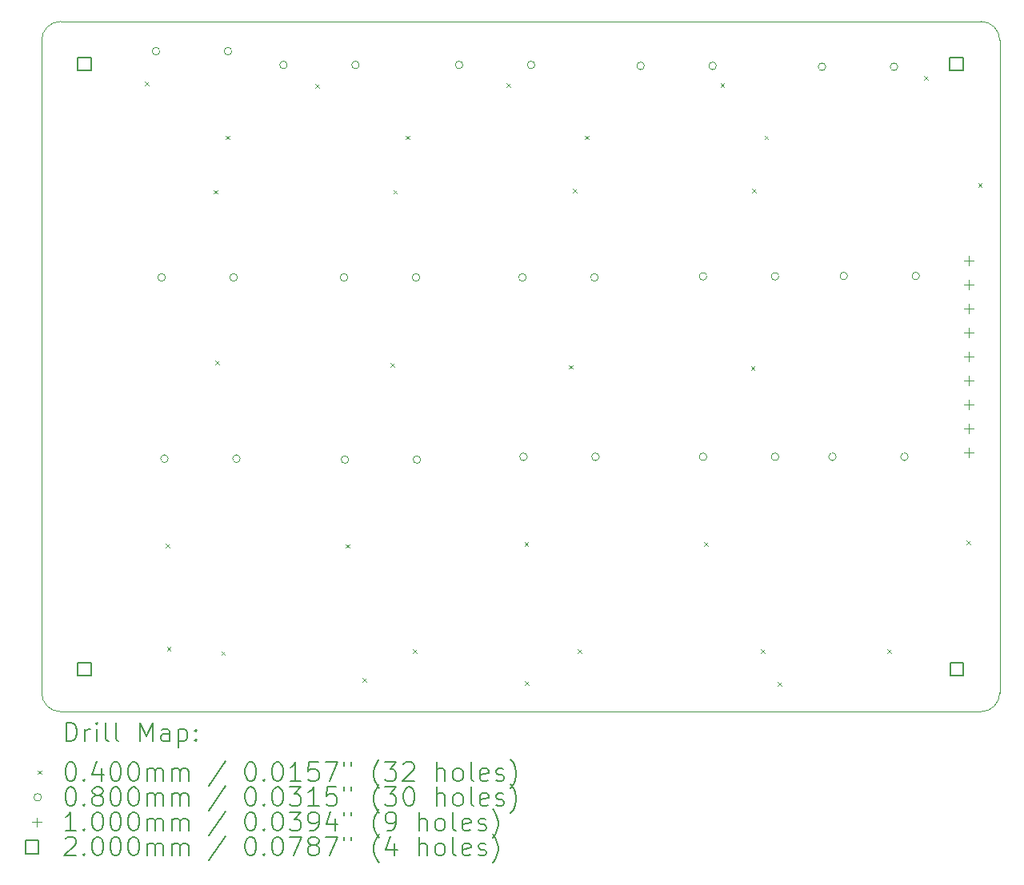
<source format=gbr>
%TF.GenerationSoftware,KiCad,Pcbnew,9.0.1*%
%TF.CreationDate,2025-04-27T05:08:37+02:00*%
%TF.ProjectId,testing-split-kb-3w-guard-pours,74657374-696e-4672-9d73-706c69742d6b,rev?*%
%TF.SameCoordinates,Original*%
%TF.FileFunction,Drillmap*%
%TF.FilePolarity,Positive*%
%FSLAX45Y45*%
G04 Gerber Fmt 4.5, Leading zero omitted, Abs format (unit mm)*
G04 Created by KiCad (PCBNEW 9.0.1) date 2025-04-27 05:08:37*
%MOMM*%
%LPD*%
G01*
G04 APERTURE LIST*
%ADD10C,0.050000*%
%ADD11C,0.200000*%
%ADD12C,0.100000*%
G04 APERTURE END LIST*
D10*
X7980000Y-3450000D02*
X7980000Y-10360000D01*
X7980000Y-3450000D02*
G75*
G02*
X8180000Y-3250000I200000J0D01*
G01*
X17550000Y-3250000D02*
X17920000Y-3250000D01*
X8180000Y-10560000D02*
G75*
G02*
X7980000Y-10360000I0J200000D01*
G01*
X8180000Y-3250000D02*
X17550000Y-3250000D01*
X18120000Y-3450000D02*
X18120000Y-10360000D01*
X18120000Y-10360000D02*
G75*
G02*
X17920000Y-10560000I-200000J0D01*
G01*
X8180000Y-10560000D02*
X17920000Y-10560000D01*
X17920000Y-3250000D02*
G75*
G02*
X18120000Y-3450000I0J-200000D01*
G01*
D11*
D12*
X9075000Y-3890000D02*
X9115000Y-3930000D01*
X9115000Y-3890000D02*
X9075000Y-3930000D01*
X9290000Y-8780000D02*
X9330000Y-8820000D01*
X9330000Y-8780000D02*
X9290000Y-8820000D01*
X9305000Y-9875000D02*
X9345000Y-9915000D01*
X9345000Y-9875000D02*
X9305000Y-9915000D01*
X9800000Y-5035000D02*
X9840000Y-5075000D01*
X9840000Y-5035000D02*
X9800000Y-5075000D01*
X9815000Y-6840000D02*
X9855000Y-6880000D01*
X9855000Y-6840000D02*
X9815000Y-6880000D01*
X9880000Y-9920000D02*
X9920000Y-9960000D01*
X9920000Y-9920000D02*
X9880000Y-9960000D01*
X9930000Y-4460000D02*
X9970000Y-4500000D01*
X9970000Y-4460000D02*
X9930000Y-4500000D01*
X10875000Y-3910000D02*
X10915000Y-3950000D01*
X10915000Y-3910000D02*
X10875000Y-3950000D01*
X11195000Y-8785000D02*
X11235000Y-8825000D01*
X11235000Y-8785000D02*
X11195000Y-8825000D01*
X11375000Y-10205000D02*
X11415000Y-10245000D01*
X11415000Y-10205000D02*
X11375000Y-10245000D01*
X11670000Y-6870000D02*
X11710000Y-6910000D01*
X11710000Y-6870000D02*
X11670000Y-6910000D01*
X11700000Y-5035000D02*
X11740000Y-5075000D01*
X11740000Y-5035000D02*
X11700000Y-5075000D01*
X11830000Y-4460000D02*
X11870000Y-4500000D01*
X11870000Y-4460000D02*
X11830000Y-4500000D01*
X11910000Y-9900000D02*
X11950000Y-9940000D01*
X11950000Y-9900000D02*
X11910000Y-9940000D01*
X12900000Y-3905000D02*
X12940000Y-3945000D01*
X12940000Y-3905000D02*
X12900000Y-3945000D01*
X13090000Y-8765000D02*
X13130000Y-8805000D01*
X13130000Y-8765000D02*
X13090000Y-8805000D01*
X13095000Y-10240000D02*
X13135000Y-10280000D01*
X13135000Y-10240000D02*
X13095000Y-10280000D01*
X13560000Y-6890000D02*
X13600000Y-6930000D01*
X13600000Y-6890000D02*
X13560000Y-6930000D01*
X13600000Y-5020000D02*
X13640000Y-5060000D01*
X13640000Y-5020000D02*
X13600000Y-5060000D01*
X13650000Y-9900000D02*
X13690000Y-9940000D01*
X13690000Y-9900000D02*
X13650000Y-9940000D01*
X13730000Y-4460000D02*
X13770000Y-4500000D01*
X13770000Y-4460000D02*
X13730000Y-4500000D01*
X14990000Y-8765000D02*
X15030000Y-8805000D01*
X15030000Y-8765000D02*
X14990000Y-8805000D01*
X15165000Y-3905000D02*
X15205000Y-3945000D01*
X15205000Y-3905000D02*
X15165000Y-3945000D01*
X15485000Y-6900000D02*
X15525000Y-6940000D01*
X15525000Y-6900000D02*
X15485000Y-6940000D01*
X15500000Y-5025000D02*
X15540000Y-5065000D01*
X15540000Y-5025000D02*
X15500000Y-5065000D01*
X15590000Y-9900000D02*
X15630000Y-9940000D01*
X15630000Y-9900000D02*
X15590000Y-9940000D01*
X15630000Y-4460000D02*
X15670000Y-4500000D01*
X15670000Y-4460000D02*
X15630000Y-4500000D01*
X15770000Y-10245000D02*
X15810000Y-10285000D01*
X15810000Y-10245000D02*
X15770000Y-10285000D01*
X16930000Y-9900000D02*
X16970000Y-9940000D01*
X16970000Y-9900000D02*
X16930000Y-9940000D01*
X17320000Y-3830000D02*
X17360000Y-3870000D01*
X17360000Y-3830000D02*
X17320000Y-3870000D01*
X17770000Y-8750000D02*
X17810000Y-8790000D01*
X17810000Y-8750000D02*
X17770000Y-8790000D01*
X17890000Y-4965000D02*
X17930000Y-5005000D01*
X17930000Y-4965000D02*
X17890000Y-5005000D01*
X9229000Y-3565000D02*
G75*
G02*
X9149000Y-3565000I-40000J0D01*
G01*
X9149000Y-3565000D02*
G75*
G02*
X9229000Y-3565000I40000J0D01*
G01*
X9289000Y-5960000D02*
G75*
G02*
X9209000Y-5960000I-40000J0D01*
G01*
X9209000Y-5960000D02*
G75*
G02*
X9289000Y-5960000I40000J0D01*
G01*
X9319000Y-7880000D02*
G75*
G02*
X9239000Y-7880000I-40000J0D01*
G01*
X9239000Y-7880000D02*
G75*
G02*
X9319000Y-7880000I40000J0D01*
G01*
X9991000Y-3565000D02*
G75*
G02*
X9911000Y-3565000I-40000J0D01*
G01*
X9911000Y-3565000D02*
G75*
G02*
X9991000Y-3565000I40000J0D01*
G01*
X10051000Y-5960000D02*
G75*
G02*
X9971000Y-5960000I-40000J0D01*
G01*
X9971000Y-5960000D02*
G75*
G02*
X10051000Y-5960000I40000J0D01*
G01*
X10081000Y-7880000D02*
G75*
G02*
X10001000Y-7880000I-40000J0D01*
G01*
X10001000Y-7880000D02*
G75*
G02*
X10081000Y-7880000I40000J0D01*
G01*
X10578000Y-3710000D02*
G75*
G02*
X10498000Y-3710000I-40000J0D01*
G01*
X10498000Y-3710000D02*
G75*
G02*
X10578000Y-3710000I40000J0D01*
G01*
X11219000Y-5960000D02*
G75*
G02*
X11139000Y-5960000I-40000J0D01*
G01*
X11139000Y-5960000D02*
G75*
G02*
X11219000Y-5960000I40000J0D01*
G01*
X11229000Y-7890000D02*
G75*
G02*
X11149000Y-7890000I-40000J0D01*
G01*
X11149000Y-7890000D02*
G75*
G02*
X11229000Y-7890000I40000J0D01*
G01*
X11340000Y-3710000D02*
G75*
G02*
X11260000Y-3710000I-40000J0D01*
G01*
X11260000Y-3710000D02*
G75*
G02*
X11340000Y-3710000I40000J0D01*
G01*
X11981000Y-5960000D02*
G75*
G02*
X11901000Y-5960000I-40000J0D01*
G01*
X11901000Y-5960000D02*
G75*
G02*
X11981000Y-5960000I40000J0D01*
G01*
X11991000Y-7890000D02*
G75*
G02*
X11911000Y-7890000I-40000J0D01*
G01*
X11911000Y-7890000D02*
G75*
G02*
X11991000Y-7890000I40000J0D01*
G01*
X12438000Y-3710000D02*
G75*
G02*
X12358000Y-3710000I-40000J0D01*
G01*
X12358000Y-3710000D02*
G75*
G02*
X12438000Y-3710000I40000J0D01*
G01*
X13108000Y-5960000D02*
G75*
G02*
X13028000Y-5960000I-40000J0D01*
G01*
X13028000Y-5960000D02*
G75*
G02*
X13108000Y-5960000I40000J0D01*
G01*
X13119000Y-7860000D02*
G75*
G02*
X13039000Y-7860000I-40000J0D01*
G01*
X13039000Y-7860000D02*
G75*
G02*
X13119000Y-7860000I40000J0D01*
G01*
X13200000Y-3710000D02*
G75*
G02*
X13120000Y-3710000I-40000J0D01*
G01*
X13120000Y-3710000D02*
G75*
G02*
X13200000Y-3710000I40000J0D01*
G01*
X13870000Y-5960000D02*
G75*
G02*
X13790000Y-5960000I-40000J0D01*
G01*
X13790000Y-5960000D02*
G75*
G02*
X13870000Y-5960000I40000J0D01*
G01*
X13881000Y-7860000D02*
G75*
G02*
X13801000Y-7860000I-40000J0D01*
G01*
X13801000Y-7860000D02*
G75*
G02*
X13881000Y-7860000I40000J0D01*
G01*
X14358000Y-3720000D02*
G75*
G02*
X14278000Y-3720000I-40000J0D01*
G01*
X14278000Y-3720000D02*
G75*
G02*
X14358000Y-3720000I40000J0D01*
G01*
X15019000Y-5950000D02*
G75*
G02*
X14939000Y-5950000I-40000J0D01*
G01*
X14939000Y-5950000D02*
G75*
G02*
X15019000Y-5950000I40000J0D01*
G01*
X15019000Y-7860000D02*
G75*
G02*
X14939000Y-7860000I-40000J0D01*
G01*
X14939000Y-7860000D02*
G75*
G02*
X15019000Y-7860000I40000J0D01*
G01*
X15120000Y-3720000D02*
G75*
G02*
X15040000Y-3720000I-40000J0D01*
G01*
X15040000Y-3720000D02*
G75*
G02*
X15120000Y-3720000I40000J0D01*
G01*
X15781000Y-5950000D02*
G75*
G02*
X15701000Y-5950000I-40000J0D01*
G01*
X15701000Y-5950000D02*
G75*
G02*
X15781000Y-5950000I40000J0D01*
G01*
X15781000Y-7860000D02*
G75*
G02*
X15701000Y-7860000I-40000J0D01*
G01*
X15701000Y-7860000D02*
G75*
G02*
X15781000Y-7860000I40000J0D01*
G01*
X16278000Y-3730000D02*
G75*
G02*
X16198000Y-3730000I-40000J0D01*
G01*
X16198000Y-3730000D02*
G75*
G02*
X16278000Y-3730000I40000J0D01*
G01*
X16389000Y-7860000D02*
G75*
G02*
X16309000Y-7860000I-40000J0D01*
G01*
X16309000Y-7860000D02*
G75*
G02*
X16389000Y-7860000I40000J0D01*
G01*
X16508000Y-5945000D02*
G75*
G02*
X16428000Y-5945000I-40000J0D01*
G01*
X16428000Y-5945000D02*
G75*
G02*
X16508000Y-5945000I40000J0D01*
G01*
X17040000Y-3730000D02*
G75*
G02*
X16960000Y-3730000I-40000J0D01*
G01*
X16960000Y-3730000D02*
G75*
G02*
X17040000Y-3730000I40000J0D01*
G01*
X17151000Y-7860000D02*
G75*
G02*
X17071000Y-7860000I-40000J0D01*
G01*
X17071000Y-7860000D02*
G75*
G02*
X17151000Y-7860000I40000J0D01*
G01*
X17270000Y-5945000D02*
G75*
G02*
X17190000Y-5945000I-40000J0D01*
G01*
X17190000Y-5945000D02*
G75*
G02*
X17270000Y-5945000I40000J0D01*
G01*
X17790000Y-5736000D02*
X17790000Y-5836000D01*
X17740000Y-5786000D02*
X17840000Y-5786000D01*
X17790000Y-5990000D02*
X17790000Y-6090000D01*
X17740000Y-6040000D02*
X17840000Y-6040000D01*
X17790000Y-6244000D02*
X17790000Y-6344000D01*
X17740000Y-6294000D02*
X17840000Y-6294000D01*
X17790000Y-6498000D02*
X17790000Y-6598000D01*
X17740000Y-6548000D02*
X17840000Y-6548000D01*
X17790000Y-6752000D02*
X17790000Y-6852000D01*
X17740000Y-6802000D02*
X17840000Y-6802000D01*
X17790000Y-7006000D02*
X17790000Y-7106000D01*
X17740000Y-7056000D02*
X17840000Y-7056000D01*
X17790000Y-7260000D02*
X17790000Y-7360000D01*
X17740000Y-7310000D02*
X17840000Y-7310000D01*
X17790000Y-7514000D02*
X17790000Y-7614000D01*
X17740000Y-7564000D02*
X17840000Y-7564000D01*
X17790000Y-7768000D02*
X17790000Y-7868000D01*
X17740000Y-7818000D02*
X17840000Y-7818000D01*
D11*
X8500711Y-3770711D02*
X8500711Y-3629289D01*
X8359289Y-3629289D01*
X8359289Y-3770711D01*
X8500711Y-3770711D01*
X8500711Y-10180711D02*
X8500711Y-10039289D01*
X8359289Y-10039289D01*
X8359289Y-10180711D01*
X8500711Y-10180711D01*
X17730711Y-3770711D02*
X17730711Y-3629289D01*
X17589289Y-3629289D01*
X17589289Y-3770711D01*
X17730711Y-3770711D01*
X17735711Y-10180711D02*
X17735711Y-10039289D01*
X17594289Y-10039289D01*
X17594289Y-10180711D01*
X17735711Y-10180711D01*
X8238277Y-10873984D02*
X8238277Y-10673984D01*
X8238277Y-10673984D02*
X8285896Y-10673984D01*
X8285896Y-10673984D02*
X8314467Y-10683508D01*
X8314467Y-10683508D02*
X8333515Y-10702555D01*
X8333515Y-10702555D02*
X8343039Y-10721603D01*
X8343039Y-10721603D02*
X8352562Y-10759698D01*
X8352562Y-10759698D02*
X8352562Y-10788270D01*
X8352562Y-10788270D02*
X8343039Y-10826365D01*
X8343039Y-10826365D02*
X8333515Y-10845412D01*
X8333515Y-10845412D02*
X8314467Y-10864460D01*
X8314467Y-10864460D02*
X8285896Y-10873984D01*
X8285896Y-10873984D02*
X8238277Y-10873984D01*
X8438277Y-10873984D02*
X8438277Y-10740650D01*
X8438277Y-10778746D02*
X8447801Y-10759698D01*
X8447801Y-10759698D02*
X8457324Y-10750174D01*
X8457324Y-10750174D02*
X8476372Y-10740650D01*
X8476372Y-10740650D02*
X8495420Y-10740650D01*
X8562086Y-10873984D02*
X8562086Y-10740650D01*
X8562086Y-10673984D02*
X8552563Y-10683508D01*
X8552563Y-10683508D02*
X8562086Y-10693031D01*
X8562086Y-10693031D02*
X8571610Y-10683508D01*
X8571610Y-10683508D02*
X8562086Y-10673984D01*
X8562086Y-10673984D02*
X8562086Y-10693031D01*
X8685896Y-10873984D02*
X8666848Y-10864460D01*
X8666848Y-10864460D02*
X8657324Y-10845412D01*
X8657324Y-10845412D02*
X8657324Y-10673984D01*
X8790658Y-10873984D02*
X8771610Y-10864460D01*
X8771610Y-10864460D02*
X8762086Y-10845412D01*
X8762086Y-10845412D02*
X8762086Y-10673984D01*
X9019229Y-10873984D02*
X9019229Y-10673984D01*
X9019229Y-10673984D02*
X9085896Y-10816841D01*
X9085896Y-10816841D02*
X9152563Y-10673984D01*
X9152563Y-10673984D02*
X9152563Y-10873984D01*
X9333515Y-10873984D02*
X9333515Y-10769222D01*
X9333515Y-10769222D02*
X9323991Y-10750174D01*
X9323991Y-10750174D02*
X9304944Y-10740650D01*
X9304944Y-10740650D02*
X9266848Y-10740650D01*
X9266848Y-10740650D02*
X9247801Y-10750174D01*
X9333515Y-10864460D02*
X9314467Y-10873984D01*
X9314467Y-10873984D02*
X9266848Y-10873984D01*
X9266848Y-10873984D02*
X9247801Y-10864460D01*
X9247801Y-10864460D02*
X9238277Y-10845412D01*
X9238277Y-10845412D02*
X9238277Y-10826365D01*
X9238277Y-10826365D02*
X9247801Y-10807317D01*
X9247801Y-10807317D02*
X9266848Y-10797793D01*
X9266848Y-10797793D02*
X9314467Y-10797793D01*
X9314467Y-10797793D02*
X9333515Y-10788270D01*
X9428753Y-10740650D02*
X9428753Y-10940650D01*
X9428753Y-10750174D02*
X9447801Y-10740650D01*
X9447801Y-10740650D02*
X9485896Y-10740650D01*
X9485896Y-10740650D02*
X9504944Y-10750174D01*
X9504944Y-10750174D02*
X9514467Y-10759698D01*
X9514467Y-10759698D02*
X9523991Y-10778746D01*
X9523991Y-10778746D02*
X9523991Y-10835889D01*
X9523991Y-10835889D02*
X9514467Y-10854936D01*
X9514467Y-10854936D02*
X9504944Y-10864460D01*
X9504944Y-10864460D02*
X9485896Y-10873984D01*
X9485896Y-10873984D02*
X9447801Y-10873984D01*
X9447801Y-10873984D02*
X9428753Y-10864460D01*
X9609705Y-10854936D02*
X9619229Y-10864460D01*
X9619229Y-10864460D02*
X9609705Y-10873984D01*
X9609705Y-10873984D02*
X9600182Y-10864460D01*
X9600182Y-10864460D02*
X9609705Y-10854936D01*
X9609705Y-10854936D02*
X9609705Y-10873984D01*
X9609705Y-10750174D02*
X9619229Y-10759698D01*
X9619229Y-10759698D02*
X9609705Y-10769222D01*
X9609705Y-10769222D02*
X9600182Y-10759698D01*
X9600182Y-10759698D02*
X9609705Y-10750174D01*
X9609705Y-10750174D02*
X9609705Y-10769222D01*
D12*
X7937500Y-11182500D02*
X7977500Y-11222500D01*
X7977500Y-11182500D02*
X7937500Y-11222500D01*
D11*
X8276372Y-11093984D02*
X8295420Y-11093984D01*
X8295420Y-11093984D02*
X8314467Y-11103508D01*
X8314467Y-11103508D02*
X8323991Y-11113031D01*
X8323991Y-11113031D02*
X8333515Y-11132079D01*
X8333515Y-11132079D02*
X8343039Y-11170174D01*
X8343039Y-11170174D02*
X8343039Y-11217793D01*
X8343039Y-11217793D02*
X8333515Y-11255888D01*
X8333515Y-11255888D02*
X8323991Y-11274936D01*
X8323991Y-11274936D02*
X8314467Y-11284460D01*
X8314467Y-11284460D02*
X8295420Y-11293984D01*
X8295420Y-11293984D02*
X8276372Y-11293984D01*
X8276372Y-11293984D02*
X8257324Y-11284460D01*
X8257324Y-11284460D02*
X8247801Y-11274936D01*
X8247801Y-11274936D02*
X8238277Y-11255888D01*
X8238277Y-11255888D02*
X8228753Y-11217793D01*
X8228753Y-11217793D02*
X8228753Y-11170174D01*
X8228753Y-11170174D02*
X8238277Y-11132079D01*
X8238277Y-11132079D02*
X8247801Y-11113031D01*
X8247801Y-11113031D02*
X8257324Y-11103508D01*
X8257324Y-11103508D02*
X8276372Y-11093984D01*
X8428753Y-11274936D02*
X8438277Y-11284460D01*
X8438277Y-11284460D02*
X8428753Y-11293984D01*
X8428753Y-11293984D02*
X8419229Y-11284460D01*
X8419229Y-11284460D02*
X8428753Y-11274936D01*
X8428753Y-11274936D02*
X8428753Y-11293984D01*
X8609705Y-11160650D02*
X8609705Y-11293984D01*
X8562086Y-11084460D02*
X8514467Y-11227317D01*
X8514467Y-11227317D02*
X8638277Y-11227317D01*
X8752563Y-11093984D02*
X8771610Y-11093984D01*
X8771610Y-11093984D02*
X8790658Y-11103508D01*
X8790658Y-11103508D02*
X8800182Y-11113031D01*
X8800182Y-11113031D02*
X8809705Y-11132079D01*
X8809705Y-11132079D02*
X8819229Y-11170174D01*
X8819229Y-11170174D02*
X8819229Y-11217793D01*
X8819229Y-11217793D02*
X8809705Y-11255888D01*
X8809705Y-11255888D02*
X8800182Y-11274936D01*
X8800182Y-11274936D02*
X8790658Y-11284460D01*
X8790658Y-11284460D02*
X8771610Y-11293984D01*
X8771610Y-11293984D02*
X8752563Y-11293984D01*
X8752563Y-11293984D02*
X8733515Y-11284460D01*
X8733515Y-11284460D02*
X8723991Y-11274936D01*
X8723991Y-11274936D02*
X8714467Y-11255888D01*
X8714467Y-11255888D02*
X8704944Y-11217793D01*
X8704944Y-11217793D02*
X8704944Y-11170174D01*
X8704944Y-11170174D02*
X8714467Y-11132079D01*
X8714467Y-11132079D02*
X8723991Y-11113031D01*
X8723991Y-11113031D02*
X8733515Y-11103508D01*
X8733515Y-11103508D02*
X8752563Y-11093984D01*
X8943039Y-11093984D02*
X8962086Y-11093984D01*
X8962086Y-11093984D02*
X8981134Y-11103508D01*
X8981134Y-11103508D02*
X8990658Y-11113031D01*
X8990658Y-11113031D02*
X9000182Y-11132079D01*
X9000182Y-11132079D02*
X9009705Y-11170174D01*
X9009705Y-11170174D02*
X9009705Y-11217793D01*
X9009705Y-11217793D02*
X9000182Y-11255888D01*
X9000182Y-11255888D02*
X8990658Y-11274936D01*
X8990658Y-11274936D02*
X8981134Y-11284460D01*
X8981134Y-11284460D02*
X8962086Y-11293984D01*
X8962086Y-11293984D02*
X8943039Y-11293984D01*
X8943039Y-11293984D02*
X8923991Y-11284460D01*
X8923991Y-11284460D02*
X8914467Y-11274936D01*
X8914467Y-11274936D02*
X8904944Y-11255888D01*
X8904944Y-11255888D02*
X8895420Y-11217793D01*
X8895420Y-11217793D02*
X8895420Y-11170174D01*
X8895420Y-11170174D02*
X8904944Y-11132079D01*
X8904944Y-11132079D02*
X8914467Y-11113031D01*
X8914467Y-11113031D02*
X8923991Y-11103508D01*
X8923991Y-11103508D02*
X8943039Y-11093984D01*
X9095420Y-11293984D02*
X9095420Y-11160650D01*
X9095420Y-11179698D02*
X9104944Y-11170174D01*
X9104944Y-11170174D02*
X9123991Y-11160650D01*
X9123991Y-11160650D02*
X9152563Y-11160650D01*
X9152563Y-11160650D02*
X9171610Y-11170174D01*
X9171610Y-11170174D02*
X9181134Y-11189222D01*
X9181134Y-11189222D02*
X9181134Y-11293984D01*
X9181134Y-11189222D02*
X9190658Y-11170174D01*
X9190658Y-11170174D02*
X9209705Y-11160650D01*
X9209705Y-11160650D02*
X9238277Y-11160650D01*
X9238277Y-11160650D02*
X9257325Y-11170174D01*
X9257325Y-11170174D02*
X9266848Y-11189222D01*
X9266848Y-11189222D02*
X9266848Y-11293984D01*
X9362086Y-11293984D02*
X9362086Y-11160650D01*
X9362086Y-11179698D02*
X9371610Y-11170174D01*
X9371610Y-11170174D02*
X9390658Y-11160650D01*
X9390658Y-11160650D02*
X9419229Y-11160650D01*
X9419229Y-11160650D02*
X9438277Y-11170174D01*
X9438277Y-11170174D02*
X9447801Y-11189222D01*
X9447801Y-11189222D02*
X9447801Y-11293984D01*
X9447801Y-11189222D02*
X9457325Y-11170174D01*
X9457325Y-11170174D02*
X9476372Y-11160650D01*
X9476372Y-11160650D02*
X9504944Y-11160650D01*
X9504944Y-11160650D02*
X9523991Y-11170174D01*
X9523991Y-11170174D02*
X9533515Y-11189222D01*
X9533515Y-11189222D02*
X9533515Y-11293984D01*
X9923991Y-11084460D02*
X9752563Y-11341603D01*
X10181134Y-11093984D02*
X10200182Y-11093984D01*
X10200182Y-11093984D02*
X10219229Y-11103508D01*
X10219229Y-11103508D02*
X10228753Y-11113031D01*
X10228753Y-11113031D02*
X10238277Y-11132079D01*
X10238277Y-11132079D02*
X10247801Y-11170174D01*
X10247801Y-11170174D02*
X10247801Y-11217793D01*
X10247801Y-11217793D02*
X10238277Y-11255888D01*
X10238277Y-11255888D02*
X10228753Y-11274936D01*
X10228753Y-11274936D02*
X10219229Y-11284460D01*
X10219229Y-11284460D02*
X10200182Y-11293984D01*
X10200182Y-11293984D02*
X10181134Y-11293984D01*
X10181134Y-11293984D02*
X10162087Y-11284460D01*
X10162087Y-11284460D02*
X10152563Y-11274936D01*
X10152563Y-11274936D02*
X10143039Y-11255888D01*
X10143039Y-11255888D02*
X10133515Y-11217793D01*
X10133515Y-11217793D02*
X10133515Y-11170174D01*
X10133515Y-11170174D02*
X10143039Y-11132079D01*
X10143039Y-11132079D02*
X10152563Y-11113031D01*
X10152563Y-11113031D02*
X10162087Y-11103508D01*
X10162087Y-11103508D02*
X10181134Y-11093984D01*
X10333515Y-11274936D02*
X10343039Y-11284460D01*
X10343039Y-11284460D02*
X10333515Y-11293984D01*
X10333515Y-11293984D02*
X10323991Y-11284460D01*
X10323991Y-11284460D02*
X10333515Y-11274936D01*
X10333515Y-11274936D02*
X10333515Y-11293984D01*
X10466848Y-11093984D02*
X10485896Y-11093984D01*
X10485896Y-11093984D02*
X10504944Y-11103508D01*
X10504944Y-11103508D02*
X10514468Y-11113031D01*
X10514468Y-11113031D02*
X10523991Y-11132079D01*
X10523991Y-11132079D02*
X10533515Y-11170174D01*
X10533515Y-11170174D02*
X10533515Y-11217793D01*
X10533515Y-11217793D02*
X10523991Y-11255888D01*
X10523991Y-11255888D02*
X10514468Y-11274936D01*
X10514468Y-11274936D02*
X10504944Y-11284460D01*
X10504944Y-11284460D02*
X10485896Y-11293984D01*
X10485896Y-11293984D02*
X10466848Y-11293984D01*
X10466848Y-11293984D02*
X10447801Y-11284460D01*
X10447801Y-11284460D02*
X10438277Y-11274936D01*
X10438277Y-11274936D02*
X10428753Y-11255888D01*
X10428753Y-11255888D02*
X10419229Y-11217793D01*
X10419229Y-11217793D02*
X10419229Y-11170174D01*
X10419229Y-11170174D02*
X10428753Y-11132079D01*
X10428753Y-11132079D02*
X10438277Y-11113031D01*
X10438277Y-11113031D02*
X10447801Y-11103508D01*
X10447801Y-11103508D02*
X10466848Y-11093984D01*
X10723991Y-11293984D02*
X10609706Y-11293984D01*
X10666848Y-11293984D02*
X10666848Y-11093984D01*
X10666848Y-11093984D02*
X10647801Y-11122555D01*
X10647801Y-11122555D02*
X10628753Y-11141603D01*
X10628753Y-11141603D02*
X10609706Y-11151127D01*
X10904944Y-11093984D02*
X10809706Y-11093984D01*
X10809706Y-11093984D02*
X10800182Y-11189222D01*
X10800182Y-11189222D02*
X10809706Y-11179698D01*
X10809706Y-11179698D02*
X10828753Y-11170174D01*
X10828753Y-11170174D02*
X10876372Y-11170174D01*
X10876372Y-11170174D02*
X10895420Y-11179698D01*
X10895420Y-11179698D02*
X10904944Y-11189222D01*
X10904944Y-11189222D02*
X10914468Y-11208269D01*
X10914468Y-11208269D02*
X10914468Y-11255888D01*
X10914468Y-11255888D02*
X10904944Y-11274936D01*
X10904944Y-11274936D02*
X10895420Y-11284460D01*
X10895420Y-11284460D02*
X10876372Y-11293984D01*
X10876372Y-11293984D02*
X10828753Y-11293984D01*
X10828753Y-11293984D02*
X10809706Y-11284460D01*
X10809706Y-11284460D02*
X10800182Y-11274936D01*
X10981134Y-11093984D02*
X11114468Y-11093984D01*
X11114468Y-11093984D02*
X11028753Y-11293984D01*
X11181134Y-11093984D02*
X11181134Y-11132079D01*
X11257325Y-11093984D02*
X11257325Y-11132079D01*
X11552563Y-11370174D02*
X11543039Y-11360650D01*
X11543039Y-11360650D02*
X11523991Y-11332079D01*
X11523991Y-11332079D02*
X11514468Y-11313031D01*
X11514468Y-11313031D02*
X11504944Y-11284460D01*
X11504944Y-11284460D02*
X11495420Y-11236841D01*
X11495420Y-11236841D02*
X11495420Y-11198746D01*
X11495420Y-11198746D02*
X11504944Y-11151127D01*
X11504944Y-11151127D02*
X11514468Y-11122555D01*
X11514468Y-11122555D02*
X11523991Y-11103508D01*
X11523991Y-11103508D02*
X11543039Y-11074936D01*
X11543039Y-11074936D02*
X11552563Y-11065412D01*
X11609706Y-11093984D02*
X11733515Y-11093984D01*
X11733515Y-11093984D02*
X11666848Y-11170174D01*
X11666848Y-11170174D02*
X11695420Y-11170174D01*
X11695420Y-11170174D02*
X11714468Y-11179698D01*
X11714468Y-11179698D02*
X11723991Y-11189222D01*
X11723991Y-11189222D02*
X11733515Y-11208269D01*
X11733515Y-11208269D02*
X11733515Y-11255888D01*
X11733515Y-11255888D02*
X11723991Y-11274936D01*
X11723991Y-11274936D02*
X11714468Y-11284460D01*
X11714468Y-11284460D02*
X11695420Y-11293984D01*
X11695420Y-11293984D02*
X11638277Y-11293984D01*
X11638277Y-11293984D02*
X11619229Y-11284460D01*
X11619229Y-11284460D02*
X11609706Y-11274936D01*
X11809706Y-11113031D02*
X11819229Y-11103508D01*
X11819229Y-11103508D02*
X11838277Y-11093984D01*
X11838277Y-11093984D02*
X11885896Y-11093984D01*
X11885896Y-11093984D02*
X11904944Y-11103508D01*
X11904944Y-11103508D02*
X11914468Y-11113031D01*
X11914468Y-11113031D02*
X11923991Y-11132079D01*
X11923991Y-11132079D02*
X11923991Y-11151127D01*
X11923991Y-11151127D02*
X11914468Y-11179698D01*
X11914468Y-11179698D02*
X11800182Y-11293984D01*
X11800182Y-11293984D02*
X11923991Y-11293984D01*
X12162087Y-11293984D02*
X12162087Y-11093984D01*
X12247801Y-11293984D02*
X12247801Y-11189222D01*
X12247801Y-11189222D02*
X12238277Y-11170174D01*
X12238277Y-11170174D02*
X12219230Y-11160650D01*
X12219230Y-11160650D02*
X12190658Y-11160650D01*
X12190658Y-11160650D02*
X12171610Y-11170174D01*
X12171610Y-11170174D02*
X12162087Y-11179698D01*
X12371610Y-11293984D02*
X12352563Y-11284460D01*
X12352563Y-11284460D02*
X12343039Y-11274936D01*
X12343039Y-11274936D02*
X12333515Y-11255888D01*
X12333515Y-11255888D02*
X12333515Y-11198746D01*
X12333515Y-11198746D02*
X12343039Y-11179698D01*
X12343039Y-11179698D02*
X12352563Y-11170174D01*
X12352563Y-11170174D02*
X12371610Y-11160650D01*
X12371610Y-11160650D02*
X12400182Y-11160650D01*
X12400182Y-11160650D02*
X12419230Y-11170174D01*
X12419230Y-11170174D02*
X12428753Y-11179698D01*
X12428753Y-11179698D02*
X12438277Y-11198746D01*
X12438277Y-11198746D02*
X12438277Y-11255888D01*
X12438277Y-11255888D02*
X12428753Y-11274936D01*
X12428753Y-11274936D02*
X12419230Y-11284460D01*
X12419230Y-11284460D02*
X12400182Y-11293984D01*
X12400182Y-11293984D02*
X12371610Y-11293984D01*
X12552563Y-11293984D02*
X12533515Y-11284460D01*
X12533515Y-11284460D02*
X12523991Y-11265412D01*
X12523991Y-11265412D02*
X12523991Y-11093984D01*
X12704944Y-11284460D02*
X12685896Y-11293984D01*
X12685896Y-11293984D02*
X12647801Y-11293984D01*
X12647801Y-11293984D02*
X12628753Y-11284460D01*
X12628753Y-11284460D02*
X12619230Y-11265412D01*
X12619230Y-11265412D02*
X12619230Y-11189222D01*
X12619230Y-11189222D02*
X12628753Y-11170174D01*
X12628753Y-11170174D02*
X12647801Y-11160650D01*
X12647801Y-11160650D02*
X12685896Y-11160650D01*
X12685896Y-11160650D02*
X12704944Y-11170174D01*
X12704944Y-11170174D02*
X12714468Y-11189222D01*
X12714468Y-11189222D02*
X12714468Y-11208269D01*
X12714468Y-11208269D02*
X12619230Y-11227317D01*
X12790658Y-11284460D02*
X12809706Y-11293984D01*
X12809706Y-11293984D02*
X12847801Y-11293984D01*
X12847801Y-11293984D02*
X12866849Y-11284460D01*
X12866849Y-11284460D02*
X12876372Y-11265412D01*
X12876372Y-11265412D02*
X12876372Y-11255888D01*
X12876372Y-11255888D02*
X12866849Y-11236841D01*
X12866849Y-11236841D02*
X12847801Y-11227317D01*
X12847801Y-11227317D02*
X12819230Y-11227317D01*
X12819230Y-11227317D02*
X12800182Y-11217793D01*
X12800182Y-11217793D02*
X12790658Y-11198746D01*
X12790658Y-11198746D02*
X12790658Y-11189222D01*
X12790658Y-11189222D02*
X12800182Y-11170174D01*
X12800182Y-11170174D02*
X12819230Y-11160650D01*
X12819230Y-11160650D02*
X12847801Y-11160650D01*
X12847801Y-11160650D02*
X12866849Y-11170174D01*
X12943039Y-11370174D02*
X12952563Y-11360650D01*
X12952563Y-11360650D02*
X12971611Y-11332079D01*
X12971611Y-11332079D02*
X12981134Y-11313031D01*
X12981134Y-11313031D02*
X12990658Y-11284460D01*
X12990658Y-11284460D02*
X13000182Y-11236841D01*
X13000182Y-11236841D02*
X13000182Y-11198746D01*
X13000182Y-11198746D02*
X12990658Y-11151127D01*
X12990658Y-11151127D02*
X12981134Y-11122555D01*
X12981134Y-11122555D02*
X12971611Y-11103508D01*
X12971611Y-11103508D02*
X12952563Y-11074936D01*
X12952563Y-11074936D02*
X12943039Y-11065412D01*
D12*
X7977500Y-11466500D02*
G75*
G02*
X7897500Y-11466500I-40000J0D01*
G01*
X7897500Y-11466500D02*
G75*
G02*
X7977500Y-11466500I40000J0D01*
G01*
D11*
X8276372Y-11357984D02*
X8295420Y-11357984D01*
X8295420Y-11357984D02*
X8314467Y-11367508D01*
X8314467Y-11367508D02*
X8323991Y-11377031D01*
X8323991Y-11377031D02*
X8333515Y-11396079D01*
X8333515Y-11396079D02*
X8343039Y-11434174D01*
X8343039Y-11434174D02*
X8343039Y-11481793D01*
X8343039Y-11481793D02*
X8333515Y-11519888D01*
X8333515Y-11519888D02*
X8323991Y-11538936D01*
X8323991Y-11538936D02*
X8314467Y-11548460D01*
X8314467Y-11548460D02*
X8295420Y-11557984D01*
X8295420Y-11557984D02*
X8276372Y-11557984D01*
X8276372Y-11557984D02*
X8257324Y-11548460D01*
X8257324Y-11548460D02*
X8247801Y-11538936D01*
X8247801Y-11538936D02*
X8238277Y-11519888D01*
X8238277Y-11519888D02*
X8228753Y-11481793D01*
X8228753Y-11481793D02*
X8228753Y-11434174D01*
X8228753Y-11434174D02*
X8238277Y-11396079D01*
X8238277Y-11396079D02*
X8247801Y-11377031D01*
X8247801Y-11377031D02*
X8257324Y-11367508D01*
X8257324Y-11367508D02*
X8276372Y-11357984D01*
X8428753Y-11538936D02*
X8438277Y-11548460D01*
X8438277Y-11548460D02*
X8428753Y-11557984D01*
X8428753Y-11557984D02*
X8419229Y-11548460D01*
X8419229Y-11548460D02*
X8428753Y-11538936D01*
X8428753Y-11538936D02*
X8428753Y-11557984D01*
X8552563Y-11443698D02*
X8533515Y-11434174D01*
X8533515Y-11434174D02*
X8523991Y-11424650D01*
X8523991Y-11424650D02*
X8514467Y-11405603D01*
X8514467Y-11405603D02*
X8514467Y-11396079D01*
X8514467Y-11396079D02*
X8523991Y-11377031D01*
X8523991Y-11377031D02*
X8533515Y-11367508D01*
X8533515Y-11367508D02*
X8552563Y-11357984D01*
X8552563Y-11357984D02*
X8590658Y-11357984D01*
X8590658Y-11357984D02*
X8609705Y-11367508D01*
X8609705Y-11367508D02*
X8619229Y-11377031D01*
X8619229Y-11377031D02*
X8628753Y-11396079D01*
X8628753Y-11396079D02*
X8628753Y-11405603D01*
X8628753Y-11405603D02*
X8619229Y-11424650D01*
X8619229Y-11424650D02*
X8609705Y-11434174D01*
X8609705Y-11434174D02*
X8590658Y-11443698D01*
X8590658Y-11443698D02*
X8552563Y-11443698D01*
X8552563Y-11443698D02*
X8533515Y-11453222D01*
X8533515Y-11453222D02*
X8523991Y-11462746D01*
X8523991Y-11462746D02*
X8514467Y-11481793D01*
X8514467Y-11481793D02*
X8514467Y-11519888D01*
X8514467Y-11519888D02*
X8523991Y-11538936D01*
X8523991Y-11538936D02*
X8533515Y-11548460D01*
X8533515Y-11548460D02*
X8552563Y-11557984D01*
X8552563Y-11557984D02*
X8590658Y-11557984D01*
X8590658Y-11557984D02*
X8609705Y-11548460D01*
X8609705Y-11548460D02*
X8619229Y-11538936D01*
X8619229Y-11538936D02*
X8628753Y-11519888D01*
X8628753Y-11519888D02*
X8628753Y-11481793D01*
X8628753Y-11481793D02*
X8619229Y-11462746D01*
X8619229Y-11462746D02*
X8609705Y-11453222D01*
X8609705Y-11453222D02*
X8590658Y-11443698D01*
X8752563Y-11357984D02*
X8771610Y-11357984D01*
X8771610Y-11357984D02*
X8790658Y-11367508D01*
X8790658Y-11367508D02*
X8800182Y-11377031D01*
X8800182Y-11377031D02*
X8809705Y-11396079D01*
X8809705Y-11396079D02*
X8819229Y-11434174D01*
X8819229Y-11434174D02*
X8819229Y-11481793D01*
X8819229Y-11481793D02*
X8809705Y-11519888D01*
X8809705Y-11519888D02*
X8800182Y-11538936D01*
X8800182Y-11538936D02*
X8790658Y-11548460D01*
X8790658Y-11548460D02*
X8771610Y-11557984D01*
X8771610Y-11557984D02*
X8752563Y-11557984D01*
X8752563Y-11557984D02*
X8733515Y-11548460D01*
X8733515Y-11548460D02*
X8723991Y-11538936D01*
X8723991Y-11538936D02*
X8714467Y-11519888D01*
X8714467Y-11519888D02*
X8704944Y-11481793D01*
X8704944Y-11481793D02*
X8704944Y-11434174D01*
X8704944Y-11434174D02*
X8714467Y-11396079D01*
X8714467Y-11396079D02*
X8723991Y-11377031D01*
X8723991Y-11377031D02*
X8733515Y-11367508D01*
X8733515Y-11367508D02*
X8752563Y-11357984D01*
X8943039Y-11357984D02*
X8962086Y-11357984D01*
X8962086Y-11357984D02*
X8981134Y-11367508D01*
X8981134Y-11367508D02*
X8990658Y-11377031D01*
X8990658Y-11377031D02*
X9000182Y-11396079D01*
X9000182Y-11396079D02*
X9009705Y-11434174D01*
X9009705Y-11434174D02*
X9009705Y-11481793D01*
X9009705Y-11481793D02*
X9000182Y-11519888D01*
X9000182Y-11519888D02*
X8990658Y-11538936D01*
X8990658Y-11538936D02*
X8981134Y-11548460D01*
X8981134Y-11548460D02*
X8962086Y-11557984D01*
X8962086Y-11557984D02*
X8943039Y-11557984D01*
X8943039Y-11557984D02*
X8923991Y-11548460D01*
X8923991Y-11548460D02*
X8914467Y-11538936D01*
X8914467Y-11538936D02*
X8904944Y-11519888D01*
X8904944Y-11519888D02*
X8895420Y-11481793D01*
X8895420Y-11481793D02*
X8895420Y-11434174D01*
X8895420Y-11434174D02*
X8904944Y-11396079D01*
X8904944Y-11396079D02*
X8914467Y-11377031D01*
X8914467Y-11377031D02*
X8923991Y-11367508D01*
X8923991Y-11367508D02*
X8943039Y-11357984D01*
X9095420Y-11557984D02*
X9095420Y-11424650D01*
X9095420Y-11443698D02*
X9104944Y-11434174D01*
X9104944Y-11434174D02*
X9123991Y-11424650D01*
X9123991Y-11424650D02*
X9152563Y-11424650D01*
X9152563Y-11424650D02*
X9171610Y-11434174D01*
X9171610Y-11434174D02*
X9181134Y-11453222D01*
X9181134Y-11453222D02*
X9181134Y-11557984D01*
X9181134Y-11453222D02*
X9190658Y-11434174D01*
X9190658Y-11434174D02*
X9209705Y-11424650D01*
X9209705Y-11424650D02*
X9238277Y-11424650D01*
X9238277Y-11424650D02*
X9257325Y-11434174D01*
X9257325Y-11434174D02*
X9266848Y-11453222D01*
X9266848Y-11453222D02*
X9266848Y-11557984D01*
X9362086Y-11557984D02*
X9362086Y-11424650D01*
X9362086Y-11443698D02*
X9371610Y-11434174D01*
X9371610Y-11434174D02*
X9390658Y-11424650D01*
X9390658Y-11424650D02*
X9419229Y-11424650D01*
X9419229Y-11424650D02*
X9438277Y-11434174D01*
X9438277Y-11434174D02*
X9447801Y-11453222D01*
X9447801Y-11453222D02*
X9447801Y-11557984D01*
X9447801Y-11453222D02*
X9457325Y-11434174D01*
X9457325Y-11434174D02*
X9476372Y-11424650D01*
X9476372Y-11424650D02*
X9504944Y-11424650D01*
X9504944Y-11424650D02*
X9523991Y-11434174D01*
X9523991Y-11434174D02*
X9533515Y-11453222D01*
X9533515Y-11453222D02*
X9533515Y-11557984D01*
X9923991Y-11348460D02*
X9752563Y-11605603D01*
X10181134Y-11357984D02*
X10200182Y-11357984D01*
X10200182Y-11357984D02*
X10219229Y-11367508D01*
X10219229Y-11367508D02*
X10228753Y-11377031D01*
X10228753Y-11377031D02*
X10238277Y-11396079D01*
X10238277Y-11396079D02*
X10247801Y-11434174D01*
X10247801Y-11434174D02*
X10247801Y-11481793D01*
X10247801Y-11481793D02*
X10238277Y-11519888D01*
X10238277Y-11519888D02*
X10228753Y-11538936D01*
X10228753Y-11538936D02*
X10219229Y-11548460D01*
X10219229Y-11548460D02*
X10200182Y-11557984D01*
X10200182Y-11557984D02*
X10181134Y-11557984D01*
X10181134Y-11557984D02*
X10162087Y-11548460D01*
X10162087Y-11548460D02*
X10152563Y-11538936D01*
X10152563Y-11538936D02*
X10143039Y-11519888D01*
X10143039Y-11519888D02*
X10133515Y-11481793D01*
X10133515Y-11481793D02*
X10133515Y-11434174D01*
X10133515Y-11434174D02*
X10143039Y-11396079D01*
X10143039Y-11396079D02*
X10152563Y-11377031D01*
X10152563Y-11377031D02*
X10162087Y-11367508D01*
X10162087Y-11367508D02*
X10181134Y-11357984D01*
X10333515Y-11538936D02*
X10343039Y-11548460D01*
X10343039Y-11548460D02*
X10333515Y-11557984D01*
X10333515Y-11557984D02*
X10323991Y-11548460D01*
X10323991Y-11548460D02*
X10333515Y-11538936D01*
X10333515Y-11538936D02*
X10333515Y-11557984D01*
X10466848Y-11357984D02*
X10485896Y-11357984D01*
X10485896Y-11357984D02*
X10504944Y-11367508D01*
X10504944Y-11367508D02*
X10514468Y-11377031D01*
X10514468Y-11377031D02*
X10523991Y-11396079D01*
X10523991Y-11396079D02*
X10533515Y-11434174D01*
X10533515Y-11434174D02*
X10533515Y-11481793D01*
X10533515Y-11481793D02*
X10523991Y-11519888D01*
X10523991Y-11519888D02*
X10514468Y-11538936D01*
X10514468Y-11538936D02*
X10504944Y-11548460D01*
X10504944Y-11548460D02*
X10485896Y-11557984D01*
X10485896Y-11557984D02*
X10466848Y-11557984D01*
X10466848Y-11557984D02*
X10447801Y-11548460D01*
X10447801Y-11548460D02*
X10438277Y-11538936D01*
X10438277Y-11538936D02*
X10428753Y-11519888D01*
X10428753Y-11519888D02*
X10419229Y-11481793D01*
X10419229Y-11481793D02*
X10419229Y-11434174D01*
X10419229Y-11434174D02*
X10428753Y-11396079D01*
X10428753Y-11396079D02*
X10438277Y-11377031D01*
X10438277Y-11377031D02*
X10447801Y-11367508D01*
X10447801Y-11367508D02*
X10466848Y-11357984D01*
X10600182Y-11357984D02*
X10723991Y-11357984D01*
X10723991Y-11357984D02*
X10657325Y-11434174D01*
X10657325Y-11434174D02*
X10685896Y-11434174D01*
X10685896Y-11434174D02*
X10704944Y-11443698D01*
X10704944Y-11443698D02*
X10714468Y-11453222D01*
X10714468Y-11453222D02*
X10723991Y-11472269D01*
X10723991Y-11472269D02*
X10723991Y-11519888D01*
X10723991Y-11519888D02*
X10714468Y-11538936D01*
X10714468Y-11538936D02*
X10704944Y-11548460D01*
X10704944Y-11548460D02*
X10685896Y-11557984D01*
X10685896Y-11557984D02*
X10628753Y-11557984D01*
X10628753Y-11557984D02*
X10609706Y-11548460D01*
X10609706Y-11548460D02*
X10600182Y-11538936D01*
X10914468Y-11557984D02*
X10800182Y-11557984D01*
X10857325Y-11557984D02*
X10857325Y-11357984D01*
X10857325Y-11357984D02*
X10838277Y-11386555D01*
X10838277Y-11386555D02*
X10819229Y-11405603D01*
X10819229Y-11405603D02*
X10800182Y-11415127D01*
X11095420Y-11357984D02*
X11000182Y-11357984D01*
X11000182Y-11357984D02*
X10990658Y-11453222D01*
X10990658Y-11453222D02*
X11000182Y-11443698D01*
X11000182Y-11443698D02*
X11019229Y-11434174D01*
X11019229Y-11434174D02*
X11066849Y-11434174D01*
X11066849Y-11434174D02*
X11085896Y-11443698D01*
X11085896Y-11443698D02*
X11095420Y-11453222D01*
X11095420Y-11453222D02*
X11104944Y-11472269D01*
X11104944Y-11472269D02*
X11104944Y-11519888D01*
X11104944Y-11519888D02*
X11095420Y-11538936D01*
X11095420Y-11538936D02*
X11085896Y-11548460D01*
X11085896Y-11548460D02*
X11066849Y-11557984D01*
X11066849Y-11557984D02*
X11019229Y-11557984D01*
X11019229Y-11557984D02*
X11000182Y-11548460D01*
X11000182Y-11548460D02*
X10990658Y-11538936D01*
X11181134Y-11357984D02*
X11181134Y-11396079D01*
X11257325Y-11357984D02*
X11257325Y-11396079D01*
X11552563Y-11634174D02*
X11543039Y-11624650D01*
X11543039Y-11624650D02*
X11523991Y-11596079D01*
X11523991Y-11596079D02*
X11514468Y-11577031D01*
X11514468Y-11577031D02*
X11504944Y-11548460D01*
X11504944Y-11548460D02*
X11495420Y-11500841D01*
X11495420Y-11500841D02*
X11495420Y-11462746D01*
X11495420Y-11462746D02*
X11504944Y-11415127D01*
X11504944Y-11415127D02*
X11514468Y-11386555D01*
X11514468Y-11386555D02*
X11523991Y-11367508D01*
X11523991Y-11367508D02*
X11543039Y-11338936D01*
X11543039Y-11338936D02*
X11552563Y-11329412D01*
X11609706Y-11357984D02*
X11733515Y-11357984D01*
X11733515Y-11357984D02*
X11666848Y-11434174D01*
X11666848Y-11434174D02*
X11695420Y-11434174D01*
X11695420Y-11434174D02*
X11714468Y-11443698D01*
X11714468Y-11443698D02*
X11723991Y-11453222D01*
X11723991Y-11453222D02*
X11733515Y-11472269D01*
X11733515Y-11472269D02*
X11733515Y-11519888D01*
X11733515Y-11519888D02*
X11723991Y-11538936D01*
X11723991Y-11538936D02*
X11714468Y-11548460D01*
X11714468Y-11548460D02*
X11695420Y-11557984D01*
X11695420Y-11557984D02*
X11638277Y-11557984D01*
X11638277Y-11557984D02*
X11619229Y-11548460D01*
X11619229Y-11548460D02*
X11609706Y-11538936D01*
X11857325Y-11357984D02*
X11876372Y-11357984D01*
X11876372Y-11357984D02*
X11895420Y-11367508D01*
X11895420Y-11367508D02*
X11904944Y-11377031D01*
X11904944Y-11377031D02*
X11914468Y-11396079D01*
X11914468Y-11396079D02*
X11923991Y-11434174D01*
X11923991Y-11434174D02*
X11923991Y-11481793D01*
X11923991Y-11481793D02*
X11914468Y-11519888D01*
X11914468Y-11519888D02*
X11904944Y-11538936D01*
X11904944Y-11538936D02*
X11895420Y-11548460D01*
X11895420Y-11548460D02*
X11876372Y-11557984D01*
X11876372Y-11557984D02*
X11857325Y-11557984D01*
X11857325Y-11557984D02*
X11838277Y-11548460D01*
X11838277Y-11548460D02*
X11828753Y-11538936D01*
X11828753Y-11538936D02*
X11819229Y-11519888D01*
X11819229Y-11519888D02*
X11809706Y-11481793D01*
X11809706Y-11481793D02*
X11809706Y-11434174D01*
X11809706Y-11434174D02*
X11819229Y-11396079D01*
X11819229Y-11396079D02*
X11828753Y-11377031D01*
X11828753Y-11377031D02*
X11838277Y-11367508D01*
X11838277Y-11367508D02*
X11857325Y-11357984D01*
X12162087Y-11557984D02*
X12162087Y-11357984D01*
X12247801Y-11557984D02*
X12247801Y-11453222D01*
X12247801Y-11453222D02*
X12238277Y-11434174D01*
X12238277Y-11434174D02*
X12219230Y-11424650D01*
X12219230Y-11424650D02*
X12190658Y-11424650D01*
X12190658Y-11424650D02*
X12171610Y-11434174D01*
X12171610Y-11434174D02*
X12162087Y-11443698D01*
X12371610Y-11557984D02*
X12352563Y-11548460D01*
X12352563Y-11548460D02*
X12343039Y-11538936D01*
X12343039Y-11538936D02*
X12333515Y-11519888D01*
X12333515Y-11519888D02*
X12333515Y-11462746D01*
X12333515Y-11462746D02*
X12343039Y-11443698D01*
X12343039Y-11443698D02*
X12352563Y-11434174D01*
X12352563Y-11434174D02*
X12371610Y-11424650D01*
X12371610Y-11424650D02*
X12400182Y-11424650D01*
X12400182Y-11424650D02*
X12419230Y-11434174D01*
X12419230Y-11434174D02*
X12428753Y-11443698D01*
X12428753Y-11443698D02*
X12438277Y-11462746D01*
X12438277Y-11462746D02*
X12438277Y-11519888D01*
X12438277Y-11519888D02*
X12428753Y-11538936D01*
X12428753Y-11538936D02*
X12419230Y-11548460D01*
X12419230Y-11548460D02*
X12400182Y-11557984D01*
X12400182Y-11557984D02*
X12371610Y-11557984D01*
X12552563Y-11557984D02*
X12533515Y-11548460D01*
X12533515Y-11548460D02*
X12523991Y-11529412D01*
X12523991Y-11529412D02*
X12523991Y-11357984D01*
X12704944Y-11548460D02*
X12685896Y-11557984D01*
X12685896Y-11557984D02*
X12647801Y-11557984D01*
X12647801Y-11557984D02*
X12628753Y-11548460D01*
X12628753Y-11548460D02*
X12619230Y-11529412D01*
X12619230Y-11529412D02*
X12619230Y-11453222D01*
X12619230Y-11453222D02*
X12628753Y-11434174D01*
X12628753Y-11434174D02*
X12647801Y-11424650D01*
X12647801Y-11424650D02*
X12685896Y-11424650D01*
X12685896Y-11424650D02*
X12704944Y-11434174D01*
X12704944Y-11434174D02*
X12714468Y-11453222D01*
X12714468Y-11453222D02*
X12714468Y-11472269D01*
X12714468Y-11472269D02*
X12619230Y-11491317D01*
X12790658Y-11548460D02*
X12809706Y-11557984D01*
X12809706Y-11557984D02*
X12847801Y-11557984D01*
X12847801Y-11557984D02*
X12866849Y-11548460D01*
X12866849Y-11548460D02*
X12876372Y-11529412D01*
X12876372Y-11529412D02*
X12876372Y-11519888D01*
X12876372Y-11519888D02*
X12866849Y-11500841D01*
X12866849Y-11500841D02*
X12847801Y-11491317D01*
X12847801Y-11491317D02*
X12819230Y-11491317D01*
X12819230Y-11491317D02*
X12800182Y-11481793D01*
X12800182Y-11481793D02*
X12790658Y-11462746D01*
X12790658Y-11462746D02*
X12790658Y-11453222D01*
X12790658Y-11453222D02*
X12800182Y-11434174D01*
X12800182Y-11434174D02*
X12819230Y-11424650D01*
X12819230Y-11424650D02*
X12847801Y-11424650D01*
X12847801Y-11424650D02*
X12866849Y-11434174D01*
X12943039Y-11634174D02*
X12952563Y-11624650D01*
X12952563Y-11624650D02*
X12971611Y-11596079D01*
X12971611Y-11596079D02*
X12981134Y-11577031D01*
X12981134Y-11577031D02*
X12990658Y-11548460D01*
X12990658Y-11548460D02*
X13000182Y-11500841D01*
X13000182Y-11500841D02*
X13000182Y-11462746D01*
X13000182Y-11462746D02*
X12990658Y-11415127D01*
X12990658Y-11415127D02*
X12981134Y-11386555D01*
X12981134Y-11386555D02*
X12971611Y-11367508D01*
X12971611Y-11367508D02*
X12952563Y-11338936D01*
X12952563Y-11338936D02*
X12943039Y-11329412D01*
D12*
X7927500Y-11680500D02*
X7927500Y-11780500D01*
X7877500Y-11730500D02*
X7977500Y-11730500D01*
D11*
X8343039Y-11821984D02*
X8228753Y-11821984D01*
X8285896Y-11821984D02*
X8285896Y-11621984D01*
X8285896Y-11621984D02*
X8266848Y-11650555D01*
X8266848Y-11650555D02*
X8247801Y-11669603D01*
X8247801Y-11669603D02*
X8228753Y-11679127D01*
X8428753Y-11802936D02*
X8438277Y-11812460D01*
X8438277Y-11812460D02*
X8428753Y-11821984D01*
X8428753Y-11821984D02*
X8419229Y-11812460D01*
X8419229Y-11812460D02*
X8428753Y-11802936D01*
X8428753Y-11802936D02*
X8428753Y-11821984D01*
X8562086Y-11621984D02*
X8581134Y-11621984D01*
X8581134Y-11621984D02*
X8600182Y-11631508D01*
X8600182Y-11631508D02*
X8609705Y-11641031D01*
X8609705Y-11641031D02*
X8619229Y-11660079D01*
X8619229Y-11660079D02*
X8628753Y-11698174D01*
X8628753Y-11698174D02*
X8628753Y-11745793D01*
X8628753Y-11745793D02*
X8619229Y-11783888D01*
X8619229Y-11783888D02*
X8609705Y-11802936D01*
X8609705Y-11802936D02*
X8600182Y-11812460D01*
X8600182Y-11812460D02*
X8581134Y-11821984D01*
X8581134Y-11821984D02*
X8562086Y-11821984D01*
X8562086Y-11821984D02*
X8543039Y-11812460D01*
X8543039Y-11812460D02*
X8533515Y-11802936D01*
X8533515Y-11802936D02*
X8523991Y-11783888D01*
X8523991Y-11783888D02*
X8514467Y-11745793D01*
X8514467Y-11745793D02*
X8514467Y-11698174D01*
X8514467Y-11698174D02*
X8523991Y-11660079D01*
X8523991Y-11660079D02*
X8533515Y-11641031D01*
X8533515Y-11641031D02*
X8543039Y-11631508D01*
X8543039Y-11631508D02*
X8562086Y-11621984D01*
X8752563Y-11621984D02*
X8771610Y-11621984D01*
X8771610Y-11621984D02*
X8790658Y-11631508D01*
X8790658Y-11631508D02*
X8800182Y-11641031D01*
X8800182Y-11641031D02*
X8809705Y-11660079D01*
X8809705Y-11660079D02*
X8819229Y-11698174D01*
X8819229Y-11698174D02*
X8819229Y-11745793D01*
X8819229Y-11745793D02*
X8809705Y-11783888D01*
X8809705Y-11783888D02*
X8800182Y-11802936D01*
X8800182Y-11802936D02*
X8790658Y-11812460D01*
X8790658Y-11812460D02*
X8771610Y-11821984D01*
X8771610Y-11821984D02*
X8752563Y-11821984D01*
X8752563Y-11821984D02*
X8733515Y-11812460D01*
X8733515Y-11812460D02*
X8723991Y-11802936D01*
X8723991Y-11802936D02*
X8714467Y-11783888D01*
X8714467Y-11783888D02*
X8704944Y-11745793D01*
X8704944Y-11745793D02*
X8704944Y-11698174D01*
X8704944Y-11698174D02*
X8714467Y-11660079D01*
X8714467Y-11660079D02*
X8723991Y-11641031D01*
X8723991Y-11641031D02*
X8733515Y-11631508D01*
X8733515Y-11631508D02*
X8752563Y-11621984D01*
X8943039Y-11621984D02*
X8962086Y-11621984D01*
X8962086Y-11621984D02*
X8981134Y-11631508D01*
X8981134Y-11631508D02*
X8990658Y-11641031D01*
X8990658Y-11641031D02*
X9000182Y-11660079D01*
X9000182Y-11660079D02*
X9009705Y-11698174D01*
X9009705Y-11698174D02*
X9009705Y-11745793D01*
X9009705Y-11745793D02*
X9000182Y-11783888D01*
X9000182Y-11783888D02*
X8990658Y-11802936D01*
X8990658Y-11802936D02*
X8981134Y-11812460D01*
X8981134Y-11812460D02*
X8962086Y-11821984D01*
X8962086Y-11821984D02*
X8943039Y-11821984D01*
X8943039Y-11821984D02*
X8923991Y-11812460D01*
X8923991Y-11812460D02*
X8914467Y-11802936D01*
X8914467Y-11802936D02*
X8904944Y-11783888D01*
X8904944Y-11783888D02*
X8895420Y-11745793D01*
X8895420Y-11745793D02*
X8895420Y-11698174D01*
X8895420Y-11698174D02*
X8904944Y-11660079D01*
X8904944Y-11660079D02*
X8914467Y-11641031D01*
X8914467Y-11641031D02*
X8923991Y-11631508D01*
X8923991Y-11631508D02*
X8943039Y-11621984D01*
X9095420Y-11821984D02*
X9095420Y-11688650D01*
X9095420Y-11707698D02*
X9104944Y-11698174D01*
X9104944Y-11698174D02*
X9123991Y-11688650D01*
X9123991Y-11688650D02*
X9152563Y-11688650D01*
X9152563Y-11688650D02*
X9171610Y-11698174D01*
X9171610Y-11698174D02*
X9181134Y-11717222D01*
X9181134Y-11717222D02*
X9181134Y-11821984D01*
X9181134Y-11717222D02*
X9190658Y-11698174D01*
X9190658Y-11698174D02*
X9209705Y-11688650D01*
X9209705Y-11688650D02*
X9238277Y-11688650D01*
X9238277Y-11688650D02*
X9257325Y-11698174D01*
X9257325Y-11698174D02*
X9266848Y-11717222D01*
X9266848Y-11717222D02*
X9266848Y-11821984D01*
X9362086Y-11821984D02*
X9362086Y-11688650D01*
X9362086Y-11707698D02*
X9371610Y-11698174D01*
X9371610Y-11698174D02*
X9390658Y-11688650D01*
X9390658Y-11688650D02*
X9419229Y-11688650D01*
X9419229Y-11688650D02*
X9438277Y-11698174D01*
X9438277Y-11698174D02*
X9447801Y-11717222D01*
X9447801Y-11717222D02*
X9447801Y-11821984D01*
X9447801Y-11717222D02*
X9457325Y-11698174D01*
X9457325Y-11698174D02*
X9476372Y-11688650D01*
X9476372Y-11688650D02*
X9504944Y-11688650D01*
X9504944Y-11688650D02*
X9523991Y-11698174D01*
X9523991Y-11698174D02*
X9533515Y-11717222D01*
X9533515Y-11717222D02*
X9533515Y-11821984D01*
X9923991Y-11612460D02*
X9752563Y-11869603D01*
X10181134Y-11621984D02*
X10200182Y-11621984D01*
X10200182Y-11621984D02*
X10219229Y-11631508D01*
X10219229Y-11631508D02*
X10228753Y-11641031D01*
X10228753Y-11641031D02*
X10238277Y-11660079D01*
X10238277Y-11660079D02*
X10247801Y-11698174D01*
X10247801Y-11698174D02*
X10247801Y-11745793D01*
X10247801Y-11745793D02*
X10238277Y-11783888D01*
X10238277Y-11783888D02*
X10228753Y-11802936D01*
X10228753Y-11802936D02*
X10219229Y-11812460D01*
X10219229Y-11812460D02*
X10200182Y-11821984D01*
X10200182Y-11821984D02*
X10181134Y-11821984D01*
X10181134Y-11821984D02*
X10162087Y-11812460D01*
X10162087Y-11812460D02*
X10152563Y-11802936D01*
X10152563Y-11802936D02*
X10143039Y-11783888D01*
X10143039Y-11783888D02*
X10133515Y-11745793D01*
X10133515Y-11745793D02*
X10133515Y-11698174D01*
X10133515Y-11698174D02*
X10143039Y-11660079D01*
X10143039Y-11660079D02*
X10152563Y-11641031D01*
X10152563Y-11641031D02*
X10162087Y-11631508D01*
X10162087Y-11631508D02*
X10181134Y-11621984D01*
X10333515Y-11802936D02*
X10343039Y-11812460D01*
X10343039Y-11812460D02*
X10333515Y-11821984D01*
X10333515Y-11821984D02*
X10323991Y-11812460D01*
X10323991Y-11812460D02*
X10333515Y-11802936D01*
X10333515Y-11802936D02*
X10333515Y-11821984D01*
X10466848Y-11621984D02*
X10485896Y-11621984D01*
X10485896Y-11621984D02*
X10504944Y-11631508D01*
X10504944Y-11631508D02*
X10514468Y-11641031D01*
X10514468Y-11641031D02*
X10523991Y-11660079D01*
X10523991Y-11660079D02*
X10533515Y-11698174D01*
X10533515Y-11698174D02*
X10533515Y-11745793D01*
X10533515Y-11745793D02*
X10523991Y-11783888D01*
X10523991Y-11783888D02*
X10514468Y-11802936D01*
X10514468Y-11802936D02*
X10504944Y-11812460D01*
X10504944Y-11812460D02*
X10485896Y-11821984D01*
X10485896Y-11821984D02*
X10466848Y-11821984D01*
X10466848Y-11821984D02*
X10447801Y-11812460D01*
X10447801Y-11812460D02*
X10438277Y-11802936D01*
X10438277Y-11802936D02*
X10428753Y-11783888D01*
X10428753Y-11783888D02*
X10419229Y-11745793D01*
X10419229Y-11745793D02*
X10419229Y-11698174D01*
X10419229Y-11698174D02*
X10428753Y-11660079D01*
X10428753Y-11660079D02*
X10438277Y-11641031D01*
X10438277Y-11641031D02*
X10447801Y-11631508D01*
X10447801Y-11631508D02*
X10466848Y-11621984D01*
X10600182Y-11621984D02*
X10723991Y-11621984D01*
X10723991Y-11621984D02*
X10657325Y-11698174D01*
X10657325Y-11698174D02*
X10685896Y-11698174D01*
X10685896Y-11698174D02*
X10704944Y-11707698D01*
X10704944Y-11707698D02*
X10714468Y-11717222D01*
X10714468Y-11717222D02*
X10723991Y-11736269D01*
X10723991Y-11736269D02*
X10723991Y-11783888D01*
X10723991Y-11783888D02*
X10714468Y-11802936D01*
X10714468Y-11802936D02*
X10704944Y-11812460D01*
X10704944Y-11812460D02*
X10685896Y-11821984D01*
X10685896Y-11821984D02*
X10628753Y-11821984D01*
X10628753Y-11821984D02*
X10609706Y-11812460D01*
X10609706Y-11812460D02*
X10600182Y-11802936D01*
X10819229Y-11821984D02*
X10857325Y-11821984D01*
X10857325Y-11821984D02*
X10876372Y-11812460D01*
X10876372Y-11812460D02*
X10885896Y-11802936D01*
X10885896Y-11802936D02*
X10904944Y-11774365D01*
X10904944Y-11774365D02*
X10914468Y-11736269D01*
X10914468Y-11736269D02*
X10914468Y-11660079D01*
X10914468Y-11660079D02*
X10904944Y-11641031D01*
X10904944Y-11641031D02*
X10895420Y-11631508D01*
X10895420Y-11631508D02*
X10876372Y-11621984D01*
X10876372Y-11621984D02*
X10838277Y-11621984D01*
X10838277Y-11621984D02*
X10819229Y-11631508D01*
X10819229Y-11631508D02*
X10809706Y-11641031D01*
X10809706Y-11641031D02*
X10800182Y-11660079D01*
X10800182Y-11660079D02*
X10800182Y-11707698D01*
X10800182Y-11707698D02*
X10809706Y-11726746D01*
X10809706Y-11726746D02*
X10819229Y-11736269D01*
X10819229Y-11736269D02*
X10838277Y-11745793D01*
X10838277Y-11745793D02*
X10876372Y-11745793D01*
X10876372Y-11745793D02*
X10895420Y-11736269D01*
X10895420Y-11736269D02*
X10904944Y-11726746D01*
X10904944Y-11726746D02*
X10914468Y-11707698D01*
X11085896Y-11688650D02*
X11085896Y-11821984D01*
X11038277Y-11612460D02*
X10990658Y-11755317D01*
X10990658Y-11755317D02*
X11114468Y-11755317D01*
X11181134Y-11621984D02*
X11181134Y-11660079D01*
X11257325Y-11621984D02*
X11257325Y-11660079D01*
X11552563Y-11898174D02*
X11543039Y-11888650D01*
X11543039Y-11888650D02*
X11523991Y-11860079D01*
X11523991Y-11860079D02*
X11514468Y-11841031D01*
X11514468Y-11841031D02*
X11504944Y-11812460D01*
X11504944Y-11812460D02*
X11495420Y-11764841D01*
X11495420Y-11764841D02*
X11495420Y-11726746D01*
X11495420Y-11726746D02*
X11504944Y-11679127D01*
X11504944Y-11679127D02*
X11514468Y-11650555D01*
X11514468Y-11650555D02*
X11523991Y-11631508D01*
X11523991Y-11631508D02*
X11543039Y-11602936D01*
X11543039Y-11602936D02*
X11552563Y-11593412D01*
X11638277Y-11821984D02*
X11676372Y-11821984D01*
X11676372Y-11821984D02*
X11695420Y-11812460D01*
X11695420Y-11812460D02*
X11704944Y-11802936D01*
X11704944Y-11802936D02*
X11723991Y-11774365D01*
X11723991Y-11774365D02*
X11733515Y-11736269D01*
X11733515Y-11736269D02*
X11733515Y-11660079D01*
X11733515Y-11660079D02*
X11723991Y-11641031D01*
X11723991Y-11641031D02*
X11714468Y-11631508D01*
X11714468Y-11631508D02*
X11695420Y-11621984D01*
X11695420Y-11621984D02*
X11657325Y-11621984D01*
X11657325Y-11621984D02*
X11638277Y-11631508D01*
X11638277Y-11631508D02*
X11628753Y-11641031D01*
X11628753Y-11641031D02*
X11619229Y-11660079D01*
X11619229Y-11660079D02*
X11619229Y-11707698D01*
X11619229Y-11707698D02*
X11628753Y-11726746D01*
X11628753Y-11726746D02*
X11638277Y-11736269D01*
X11638277Y-11736269D02*
X11657325Y-11745793D01*
X11657325Y-11745793D02*
X11695420Y-11745793D01*
X11695420Y-11745793D02*
X11714468Y-11736269D01*
X11714468Y-11736269D02*
X11723991Y-11726746D01*
X11723991Y-11726746D02*
X11733515Y-11707698D01*
X11971610Y-11821984D02*
X11971610Y-11621984D01*
X12057325Y-11821984D02*
X12057325Y-11717222D01*
X12057325Y-11717222D02*
X12047801Y-11698174D01*
X12047801Y-11698174D02*
X12028753Y-11688650D01*
X12028753Y-11688650D02*
X12000182Y-11688650D01*
X12000182Y-11688650D02*
X11981134Y-11698174D01*
X11981134Y-11698174D02*
X11971610Y-11707698D01*
X12181134Y-11821984D02*
X12162087Y-11812460D01*
X12162087Y-11812460D02*
X12152563Y-11802936D01*
X12152563Y-11802936D02*
X12143039Y-11783888D01*
X12143039Y-11783888D02*
X12143039Y-11726746D01*
X12143039Y-11726746D02*
X12152563Y-11707698D01*
X12152563Y-11707698D02*
X12162087Y-11698174D01*
X12162087Y-11698174D02*
X12181134Y-11688650D01*
X12181134Y-11688650D02*
X12209706Y-11688650D01*
X12209706Y-11688650D02*
X12228753Y-11698174D01*
X12228753Y-11698174D02*
X12238277Y-11707698D01*
X12238277Y-11707698D02*
X12247801Y-11726746D01*
X12247801Y-11726746D02*
X12247801Y-11783888D01*
X12247801Y-11783888D02*
X12238277Y-11802936D01*
X12238277Y-11802936D02*
X12228753Y-11812460D01*
X12228753Y-11812460D02*
X12209706Y-11821984D01*
X12209706Y-11821984D02*
X12181134Y-11821984D01*
X12362087Y-11821984D02*
X12343039Y-11812460D01*
X12343039Y-11812460D02*
X12333515Y-11793412D01*
X12333515Y-11793412D02*
X12333515Y-11621984D01*
X12514468Y-11812460D02*
X12495420Y-11821984D01*
X12495420Y-11821984D02*
X12457325Y-11821984D01*
X12457325Y-11821984D02*
X12438277Y-11812460D01*
X12438277Y-11812460D02*
X12428753Y-11793412D01*
X12428753Y-11793412D02*
X12428753Y-11717222D01*
X12428753Y-11717222D02*
X12438277Y-11698174D01*
X12438277Y-11698174D02*
X12457325Y-11688650D01*
X12457325Y-11688650D02*
X12495420Y-11688650D01*
X12495420Y-11688650D02*
X12514468Y-11698174D01*
X12514468Y-11698174D02*
X12523991Y-11717222D01*
X12523991Y-11717222D02*
X12523991Y-11736269D01*
X12523991Y-11736269D02*
X12428753Y-11755317D01*
X12600182Y-11812460D02*
X12619230Y-11821984D01*
X12619230Y-11821984D02*
X12657325Y-11821984D01*
X12657325Y-11821984D02*
X12676372Y-11812460D01*
X12676372Y-11812460D02*
X12685896Y-11793412D01*
X12685896Y-11793412D02*
X12685896Y-11783888D01*
X12685896Y-11783888D02*
X12676372Y-11764841D01*
X12676372Y-11764841D02*
X12657325Y-11755317D01*
X12657325Y-11755317D02*
X12628753Y-11755317D01*
X12628753Y-11755317D02*
X12609706Y-11745793D01*
X12609706Y-11745793D02*
X12600182Y-11726746D01*
X12600182Y-11726746D02*
X12600182Y-11717222D01*
X12600182Y-11717222D02*
X12609706Y-11698174D01*
X12609706Y-11698174D02*
X12628753Y-11688650D01*
X12628753Y-11688650D02*
X12657325Y-11688650D01*
X12657325Y-11688650D02*
X12676372Y-11698174D01*
X12752563Y-11898174D02*
X12762087Y-11888650D01*
X12762087Y-11888650D02*
X12781134Y-11860079D01*
X12781134Y-11860079D02*
X12790658Y-11841031D01*
X12790658Y-11841031D02*
X12800182Y-11812460D01*
X12800182Y-11812460D02*
X12809706Y-11764841D01*
X12809706Y-11764841D02*
X12809706Y-11726746D01*
X12809706Y-11726746D02*
X12800182Y-11679127D01*
X12800182Y-11679127D02*
X12790658Y-11650555D01*
X12790658Y-11650555D02*
X12781134Y-11631508D01*
X12781134Y-11631508D02*
X12762087Y-11602936D01*
X12762087Y-11602936D02*
X12752563Y-11593412D01*
X7948211Y-12065211D02*
X7948211Y-11923789D01*
X7806789Y-11923789D01*
X7806789Y-12065211D01*
X7948211Y-12065211D01*
X8228753Y-11905031D02*
X8238277Y-11895508D01*
X8238277Y-11895508D02*
X8257324Y-11885984D01*
X8257324Y-11885984D02*
X8304943Y-11885984D01*
X8304943Y-11885984D02*
X8323991Y-11895508D01*
X8323991Y-11895508D02*
X8333515Y-11905031D01*
X8333515Y-11905031D02*
X8343039Y-11924079D01*
X8343039Y-11924079D02*
X8343039Y-11943127D01*
X8343039Y-11943127D02*
X8333515Y-11971698D01*
X8333515Y-11971698D02*
X8219229Y-12085984D01*
X8219229Y-12085984D02*
X8343039Y-12085984D01*
X8428753Y-12066936D02*
X8438277Y-12076460D01*
X8438277Y-12076460D02*
X8428753Y-12085984D01*
X8428753Y-12085984D02*
X8419229Y-12076460D01*
X8419229Y-12076460D02*
X8428753Y-12066936D01*
X8428753Y-12066936D02*
X8428753Y-12085984D01*
X8562086Y-11885984D02*
X8581134Y-11885984D01*
X8581134Y-11885984D02*
X8600182Y-11895508D01*
X8600182Y-11895508D02*
X8609705Y-11905031D01*
X8609705Y-11905031D02*
X8619229Y-11924079D01*
X8619229Y-11924079D02*
X8628753Y-11962174D01*
X8628753Y-11962174D02*
X8628753Y-12009793D01*
X8628753Y-12009793D02*
X8619229Y-12047888D01*
X8619229Y-12047888D02*
X8609705Y-12066936D01*
X8609705Y-12066936D02*
X8600182Y-12076460D01*
X8600182Y-12076460D02*
X8581134Y-12085984D01*
X8581134Y-12085984D02*
X8562086Y-12085984D01*
X8562086Y-12085984D02*
X8543039Y-12076460D01*
X8543039Y-12076460D02*
X8533515Y-12066936D01*
X8533515Y-12066936D02*
X8523991Y-12047888D01*
X8523991Y-12047888D02*
X8514467Y-12009793D01*
X8514467Y-12009793D02*
X8514467Y-11962174D01*
X8514467Y-11962174D02*
X8523991Y-11924079D01*
X8523991Y-11924079D02*
X8533515Y-11905031D01*
X8533515Y-11905031D02*
X8543039Y-11895508D01*
X8543039Y-11895508D02*
X8562086Y-11885984D01*
X8752563Y-11885984D02*
X8771610Y-11885984D01*
X8771610Y-11885984D02*
X8790658Y-11895508D01*
X8790658Y-11895508D02*
X8800182Y-11905031D01*
X8800182Y-11905031D02*
X8809705Y-11924079D01*
X8809705Y-11924079D02*
X8819229Y-11962174D01*
X8819229Y-11962174D02*
X8819229Y-12009793D01*
X8819229Y-12009793D02*
X8809705Y-12047888D01*
X8809705Y-12047888D02*
X8800182Y-12066936D01*
X8800182Y-12066936D02*
X8790658Y-12076460D01*
X8790658Y-12076460D02*
X8771610Y-12085984D01*
X8771610Y-12085984D02*
X8752563Y-12085984D01*
X8752563Y-12085984D02*
X8733515Y-12076460D01*
X8733515Y-12076460D02*
X8723991Y-12066936D01*
X8723991Y-12066936D02*
X8714467Y-12047888D01*
X8714467Y-12047888D02*
X8704944Y-12009793D01*
X8704944Y-12009793D02*
X8704944Y-11962174D01*
X8704944Y-11962174D02*
X8714467Y-11924079D01*
X8714467Y-11924079D02*
X8723991Y-11905031D01*
X8723991Y-11905031D02*
X8733515Y-11895508D01*
X8733515Y-11895508D02*
X8752563Y-11885984D01*
X8943039Y-11885984D02*
X8962086Y-11885984D01*
X8962086Y-11885984D02*
X8981134Y-11895508D01*
X8981134Y-11895508D02*
X8990658Y-11905031D01*
X8990658Y-11905031D02*
X9000182Y-11924079D01*
X9000182Y-11924079D02*
X9009705Y-11962174D01*
X9009705Y-11962174D02*
X9009705Y-12009793D01*
X9009705Y-12009793D02*
X9000182Y-12047888D01*
X9000182Y-12047888D02*
X8990658Y-12066936D01*
X8990658Y-12066936D02*
X8981134Y-12076460D01*
X8981134Y-12076460D02*
X8962086Y-12085984D01*
X8962086Y-12085984D02*
X8943039Y-12085984D01*
X8943039Y-12085984D02*
X8923991Y-12076460D01*
X8923991Y-12076460D02*
X8914467Y-12066936D01*
X8914467Y-12066936D02*
X8904944Y-12047888D01*
X8904944Y-12047888D02*
X8895420Y-12009793D01*
X8895420Y-12009793D02*
X8895420Y-11962174D01*
X8895420Y-11962174D02*
X8904944Y-11924079D01*
X8904944Y-11924079D02*
X8914467Y-11905031D01*
X8914467Y-11905031D02*
X8923991Y-11895508D01*
X8923991Y-11895508D02*
X8943039Y-11885984D01*
X9095420Y-12085984D02*
X9095420Y-11952650D01*
X9095420Y-11971698D02*
X9104944Y-11962174D01*
X9104944Y-11962174D02*
X9123991Y-11952650D01*
X9123991Y-11952650D02*
X9152563Y-11952650D01*
X9152563Y-11952650D02*
X9171610Y-11962174D01*
X9171610Y-11962174D02*
X9181134Y-11981222D01*
X9181134Y-11981222D02*
X9181134Y-12085984D01*
X9181134Y-11981222D02*
X9190658Y-11962174D01*
X9190658Y-11962174D02*
X9209705Y-11952650D01*
X9209705Y-11952650D02*
X9238277Y-11952650D01*
X9238277Y-11952650D02*
X9257325Y-11962174D01*
X9257325Y-11962174D02*
X9266848Y-11981222D01*
X9266848Y-11981222D02*
X9266848Y-12085984D01*
X9362086Y-12085984D02*
X9362086Y-11952650D01*
X9362086Y-11971698D02*
X9371610Y-11962174D01*
X9371610Y-11962174D02*
X9390658Y-11952650D01*
X9390658Y-11952650D02*
X9419229Y-11952650D01*
X9419229Y-11952650D02*
X9438277Y-11962174D01*
X9438277Y-11962174D02*
X9447801Y-11981222D01*
X9447801Y-11981222D02*
X9447801Y-12085984D01*
X9447801Y-11981222D02*
X9457325Y-11962174D01*
X9457325Y-11962174D02*
X9476372Y-11952650D01*
X9476372Y-11952650D02*
X9504944Y-11952650D01*
X9504944Y-11952650D02*
X9523991Y-11962174D01*
X9523991Y-11962174D02*
X9533515Y-11981222D01*
X9533515Y-11981222D02*
X9533515Y-12085984D01*
X9923991Y-11876460D02*
X9752563Y-12133603D01*
X10181134Y-11885984D02*
X10200182Y-11885984D01*
X10200182Y-11885984D02*
X10219229Y-11895508D01*
X10219229Y-11895508D02*
X10228753Y-11905031D01*
X10228753Y-11905031D02*
X10238277Y-11924079D01*
X10238277Y-11924079D02*
X10247801Y-11962174D01*
X10247801Y-11962174D02*
X10247801Y-12009793D01*
X10247801Y-12009793D02*
X10238277Y-12047888D01*
X10238277Y-12047888D02*
X10228753Y-12066936D01*
X10228753Y-12066936D02*
X10219229Y-12076460D01*
X10219229Y-12076460D02*
X10200182Y-12085984D01*
X10200182Y-12085984D02*
X10181134Y-12085984D01*
X10181134Y-12085984D02*
X10162087Y-12076460D01*
X10162087Y-12076460D02*
X10152563Y-12066936D01*
X10152563Y-12066936D02*
X10143039Y-12047888D01*
X10143039Y-12047888D02*
X10133515Y-12009793D01*
X10133515Y-12009793D02*
X10133515Y-11962174D01*
X10133515Y-11962174D02*
X10143039Y-11924079D01*
X10143039Y-11924079D02*
X10152563Y-11905031D01*
X10152563Y-11905031D02*
X10162087Y-11895508D01*
X10162087Y-11895508D02*
X10181134Y-11885984D01*
X10333515Y-12066936D02*
X10343039Y-12076460D01*
X10343039Y-12076460D02*
X10333515Y-12085984D01*
X10333515Y-12085984D02*
X10323991Y-12076460D01*
X10323991Y-12076460D02*
X10333515Y-12066936D01*
X10333515Y-12066936D02*
X10333515Y-12085984D01*
X10466848Y-11885984D02*
X10485896Y-11885984D01*
X10485896Y-11885984D02*
X10504944Y-11895508D01*
X10504944Y-11895508D02*
X10514468Y-11905031D01*
X10514468Y-11905031D02*
X10523991Y-11924079D01*
X10523991Y-11924079D02*
X10533515Y-11962174D01*
X10533515Y-11962174D02*
X10533515Y-12009793D01*
X10533515Y-12009793D02*
X10523991Y-12047888D01*
X10523991Y-12047888D02*
X10514468Y-12066936D01*
X10514468Y-12066936D02*
X10504944Y-12076460D01*
X10504944Y-12076460D02*
X10485896Y-12085984D01*
X10485896Y-12085984D02*
X10466848Y-12085984D01*
X10466848Y-12085984D02*
X10447801Y-12076460D01*
X10447801Y-12076460D02*
X10438277Y-12066936D01*
X10438277Y-12066936D02*
X10428753Y-12047888D01*
X10428753Y-12047888D02*
X10419229Y-12009793D01*
X10419229Y-12009793D02*
X10419229Y-11962174D01*
X10419229Y-11962174D02*
X10428753Y-11924079D01*
X10428753Y-11924079D02*
X10438277Y-11905031D01*
X10438277Y-11905031D02*
X10447801Y-11895508D01*
X10447801Y-11895508D02*
X10466848Y-11885984D01*
X10600182Y-11885984D02*
X10733515Y-11885984D01*
X10733515Y-11885984D02*
X10647801Y-12085984D01*
X10838277Y-11971698D02*
X10819229Y-11962174D01*
X10819229Y-11962174D02*
X10809706Y-11952650D01*
X10809706Y-11952650D02*
X10800182Y-11933603D01*
X10800182Y-11933603D02*
X10800182Y-11924079D01*
X10800182Y-11924079D02*
X10809706Y-11905031D01*
X10809706Y-11905031D02*
X10819229Y-11895508D01*
X10819229Y-11895508D02*
X10838277Y-11885984D01*
X10838277Y-11885984D02*
X10876372Y-11885984D01*
X10876372Y-11885984D02*
X10895420Y-11895508D01*
X10895420Y-11895508D02*
X10904944Y-11905031D01*
X10904944Y-11905031D02*
X10914468Y-11924079D01*
X10914468Y-11924079D02*
X10914468Y-11933603D01*
X10914468Y-11933603D02*
X10904944Y-11952650D01*
X10904944Y-11952650D02*
X10895420Y-11962174D01*
X10895420Y-11962174D02*
X10876372Y-11971698D01*
X10876372Y-11971698D02*
X10838277Y-11971698D01*
X10838277Y-11971698D02*
X10819229Y-11981222D01*
X10819229Y-11981222D02*
X10809706Y-11990746D01*
X10809706Y-11990746D02*
X10800182Y-12009793D01*
X10800182Y-12009793D02*
X10800182Y-12047888D01*
X10800182Y-12047888D02*
X10809706Y-12066936D01*
X10809706Y-12066936D02*
X10819229Y-12076460D01*
X10819229Y-12076460D02*
X10838277Y-12085984D01*
X10838277Y-12085984D02*
X10876372Y-12085984D01*
X10876372Y-12085984D02*
X10895420Y-12076460D01*
X10895420Y-12076460D02*
X10904944Y-12066936D01*
X10904944Y-12066936D02*
X10914468Y-12047888D01*
X10914468Y-12047888D02*
X10914468Y-12009793D01*
X10914468Y-12009793D02*
X10904944Y-11990746D01*
X10904944Y-11990746D02*
X10895420Y-11981222D01*
X10895420Y-11981222D02*
X10876372Y-11971698D01*
X10981134Y-11885984D02*
X11114468Y-11885984D01*
X11114468Y-11885984D02*
X11028753Y-12085984D01*
X11181134Y-11885984D02*
X11181134Y-11924079D01*
X11257325Y-11885984D02*
X11257325Y-11924079D01*
X11552563Y-12162174D02*
X11543039Y-12152650D01*
X11543039Y-12152650D02*
X11523991Y-12124079D01*
X11523991Y-12124079D02*
X11514468Y-12105031D01*
X11514468Y-12105031D02*
X11504944Y-12076460D01*
X11504944Y-12076460D02*
X11495420Y-12028841D01*
X11495420Y-12028841D02*
X11495420Y-11990746D01*
X11495420Y-11990746D02*
X11504944Y-11943127D01*
X11504944Y-11943127D02*
X11514468Y-11914555D01*
X11514468Y-11914555D02*
X11523991Y-11895508D01*
X11523991Y-11895508D02*
X11543039Y-11866936D01*
X11543039Y-11866936D02*
X11552563Y-11857412D01*
X11714468Y-11952650D02*
X11714468Y-12085984D01*
X11666848Y-11876460D02*
X11619229Y-12019317D01*
X11619229Y-12019317D02*
X11743039Y-12019317D01*
X11971610Y-12085984D02*
X11971610Y-11885984D01*
X12057325Y-12085984D02*
X12057325Y-11981222D01*
X12057325Y-11981222D02*
X12047801Y-11962174D01*
X12047801Y-11962174D02*
X12028753Y-11952650D01*
X12028753Y-11952650D02*
X12000182Y-11952650D01*
X12000182Y-11952650D02*
X11981134Y-11962174D01*
X11981134Y-11962174D02*
X11971610Y-11971698D01*
X12181134Y-12085984D02*
X12162087Y-12076460D01*
X12162087Y-12076460D02*
X12152563Y-12066936D01*
X12152563Y-12066936D02*
X12143039Y-12047888D01*
X12143039Y-12047888D02*
X12143039Y-11990746D01*
X12143039Y-11990746D02*
X12152563Y-11971698D01*
X12152563Y-11971698D02*
X12162087Y-11962174D01*
X12162087Y-11962174D02*
X12181134Y-11952650D01*
X12181134Y-11952650D02*
X12209706Y-11952650D01*
X12209706Y-11952650D02*
X12228753Y-11962174D01*
X12228753Y-11962174D02*
X12238277Y-11971698D01*
X12238277Y-11971698D02*
X12247801Y-11990746D01*
X12247801Y-11990746D02*
X12247801Y-12047888D01*
X12247801Y-12047888D02*
X12238277Y-12066936D01*
X12238277Y-12066936D02*
X12228753Y-12076460D01*
X12228753Y-12076460D02*
X12209706Y-12085984D01*
X12209706Y-12085984D02*
X12181134Y-12085984D01*
X12362087Y-12085984D02*
X12343039Y-12076460D01*
X12343039Y-12076460D02*
X12333515Y-12057412D01*
X12333515Y-12057412D02*
X12333515Y-11885984D01*
X12514468Y-12076460D02*
X12495420Y-12085984D01*
X12495420Y-12085984D02*
X12457325Y-12085984D01*
X12457325Y-12085984D02*
X12438277Y-12076460D01*
X12438277Y-12076460D02*
X12428753Y-12057412D01*
X12428753Y-12057412D02*
X12428753Y-11981222D01*
X12428753Y-11981222D02*
X12438277Y-11962174D01*
X12438277Y-11962174D02*
X12457325Y-11952650D01*
X12457325Y-11952650D02*
X12495420Y-11952650D01*
X12495420Y-11952650D02*
X12514468Y-11962174D01*
X12514468Y-11962174D02*
X12523991Y-11981222D01*
X12523991Y-11981222D02*
X12523991Y-12000269D01*
X12523991Y-12000269D02*
X12428753Y-12019317D01*
X12600182Y-12076460D02*
X12619230Y-12085984D01*
X12619230Y-12085984D02*
X12657325Y-12085984D01*
X12657325Y-12085984D02*
X12676372Y-12076460D01*
X12676372Y-12076460D02*
X12685896Y-12057412D01*
X12685896Y-12057412D02*
X12685896Y-12047888D01*
X12685896Y-12047888D02*
X12676372Y-12028841D01*
X12676372Y-12028841D02*
X12657325Y-12019317D01*
X12657325Y-12019317D02*
X12628753Y-12019317D01*
X12628753Y-12019317D02*
X12609706Y-12009793D01*
X12609706Y-12009793D02*
X12600182Y-11990746D01*
X12600182Y-11990746D02*
X12600182Y-11981222D01*
X12600182Y-11981222D02*
X12609706Y-11962174D01*
X12609706Y-11962174D02*
X12628753Y-11952650D01*
X12628753Y-11952650D02*
X12657325Y-11952650D01*
X12657325Y-11952650D02*
X12676372Y-11962174D01*
X12752563Y-12162174D02*
X12762087Y-12152650D01*
X12762087Y-12152650D02*
X12781134Y-12124079D01*
X12781134Y-12124079D02*
X12790658Y-12105031D01*
X12790658Y-12105031D02*
X12800182Y-12076460D01*
X12800182Y-12076460D02*
X12809706Y-12028841D01*
X12809706Y-12028841D02*
X12809706Y-11990746D01*
X12809706Y-11990746D02*
X12800182Y-11943127D01*
X12800182Y-11943127D02*
X12790658Y-11914555D01*
X12790658Y-11914555D02*
X12781134Y-11895508D01*
X12781134Y-11895508D02*
X12762087Y-11866936D01*
X12762087Y-11866936D02*
X12752563Y-11857412D01*
M02*

</source>
